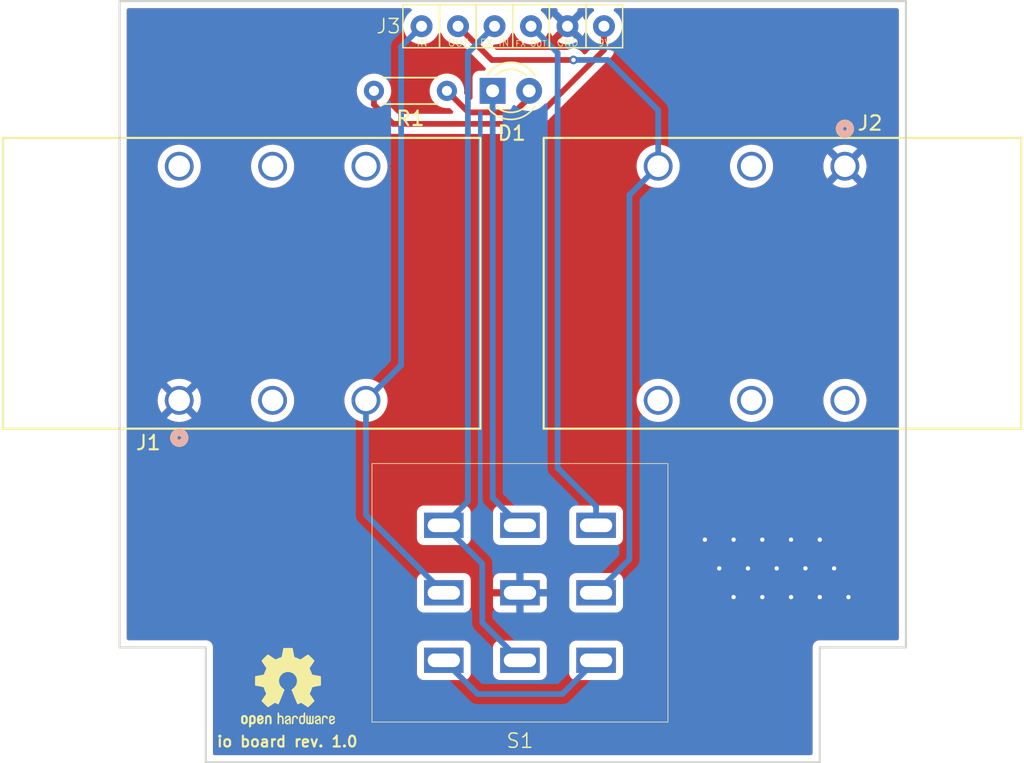
<source format=kicad_pcb>
(kicad_pcb (version 20240108) (generator "pcbnew") (generator_version "8.0")
  (layers (0 "F.Cu" signal) (31 "B.Cu" signal) (34 "B.Paste" user) (35 "F.Paste" user) (36 "B.SilkS" user "B.Silkscreen") (37 "F.SilkS" user "F.Silkscreen") (38 "B.Mask" user) (39 "F.Mask" user) (44 "Edge.Cuts" user))
  (net 0 "")
  (net 1 "Net-(S1-Pad3)")
  (net 2 "GND")
  (net 3 "/INPUT_JACK_TIP")
  (net 4 "/OUTPUT_JACK_TIP")
  (net 5 "/FX_INPUT")
  (net 6 "/FX_OUTPUT")
  (net 7 "/9V")
  (net 16 "Net-(D1-K)")
  (net 17 "Net-(D1-A)")
  (footprint "Symbol:OSHW-Logo2_7.3x6mm_SilkScreen" (layer "F.Cu") (at 126.725 137.3)
    (property "Reference" "REF**" (hide yes))
    (property "Value" "OSHW-Logo2_7.3x6mm_SilkScreen" (hide yes))
    (fp_poly (pts (xy 2.6526 1.958752) (xy 2.669948 1.966334) (xy 2.711356 1.999128) (xy 2.746765 2.046547) (xy 2.768664 2.097151) (xy 2.772229 2.122098) (xy 2.760279 2.156927) (xy 2.734067 2.175357) (xy 2.705964 2.186516) (xy 2.693095 2.188572) (xy 2.686829 2.173649) (xy 2.674456 2.141175) (xy 2.669028 2.126502) (xy 2.63859 2.075744) (xy 2.59452 2.050427) (xy 2.53801 2.051206) (xy 2.533825 2.052203) (xy 2.503655 2.066507) (xy 2.481476 2.094393) (xy 2.466327 2.139287) (xy 2.45725 2.204615) (xy 2.453286 2.293804) (xy 2.452914 2.341261) (xy 2.45273 2.416071) (xy 2.451522 2.467069) (xy 2.448309 2.499471) (xy 2.442109 2.518495) (xy 2.43194 2.529356) (xy 2.416819 2.537272) (xy 2.415946 2.53767) (xy 2.386828 2.549981) (xy 2.372403 2.554514) (xy 2.370186 2.540809) (xy 2.368289 2.502925) (xy 2.366847 2.445715) (xy 2.365998 2.374027) (xy 2.365829 2.321565) (xy 2.366692 2.220047) (xy 2.37007 2.143032) (xy 2.377142 2.086023) (xy 2.389088 2.044526) (xy 2.40709 2.014043) (xy 2.432327 1.99008) (xy 2.457247 1.973355) (xy 2.517171 1.951097) (xy 2.586911 1.946076) (xy 2.6526 1.958752)) (stroke (width 0.01)) (fill solid) (layer "F.SilkS"))
    (fp_poly (pts (xy -1.283907 1.92778) (xy -1.237328 1.954723) (xy -1.204943 1.981466) (xy -1.181258 2.009484) (xy -1.164941 2.043748) (xy -1.154661 2.089227) (xy -1.149086 2.150892) (xy -1.146884 2.233711) (xy -1.146629 2.293246) (xy -1.146629 2.512391) (xy -1.208314 2.540044) (xy -1.27 2.567697) (xy -1.277257 2.32767) (xy -1.280256 2.238028) (xy -1.283402 2.172962) (xy -1.287299 2.128026) (xy -1.292553 2.09877) (xy -1.299769 2.080748) (xy -1.30955 2.069511) (xy -1.312688 2.067079) (xy -1.360239 2.048083) (xy -1.408303 2.0556) (xy -1.436914 2.075543) (xy -1.448553 2.089675) (xy -1.456609 2.10822) (xy -1.461729 2.136334) (xy -1.464559 2.179173) (xy -1.465744 2.241895) (xy -1.465943 2.307261) (xy -1.465982 2.389268) (xy -1.467386 2.447316) (xy -1.472086 2.486465) (xy -1.482013 2.51178) (xy -1.499097 2.528323) (xy -1.525268 2.541156) (xy -1.560225 2.554491) (xy -1.598404 2.569007) (xy -1.593859 2.311389) (xy -1.592029 2.218519) (xy -1.589888 2.149889) (xy -1.586819 2.100711) (xy -1.582206 2.066198) (xy -1.575432 2.041562) (xy -1.565881 2.022016) (xy -1.554366 2.00477) (xy -1.49881 1.94968) (xy -1.43102 1.917822) (xy -1.357287 1.910191) (xy -1.283907 1.92778)) (stroke (width 0.01)) (fill solid) (layer "F.SilkS"))
    (fp_poly (pts (xy 0.529926 1.949755) (xy 0.595858 1.974084) (xy 0.649273 2.017117) (xy 0.670164 2.047409) (xy 0.692939 2.102994) (xy 0.692466 2.143186) (xy 0.668562 2.170217) (xy 0.659717 2.174813) (xy 0.62153 2.189144) (xy 0.602028 2.185472) (xy 0.595422 2.161407) (xy 0.595086 2.148114) (xy 0.582992 2.09921) (xy 0.551471 2.064999) (xy 0.507659 2.048476) (xy 0.458695 2.052634) (xy 0.418894 2.074227) (xy 0.40545 2.086544) (xy 0.395921 2.101487) (xy 0.389485 2.124075) (xy 0.385317 2.159328) (xy 0.382597 2.212266) (xy 0.380502 2.287907) (xy 0.37996 2.311857) (xy 0.377981 2.39379) (xy 0.375731 2.451455) (xy 0.372357 2.489608) (xy 0.367006 2.513004) (xy 0.358824 2.526398) (xy 0.346959 2.534545) (xy 0.339362 2.538144) (xy 0.307102 2.550452) (xy 0.288111 2.554514) (xy 0.281836 2.540948) (xy 0.278006 2.499934) (xy 0.2766 2.430999) (xy 0.277598 2.333669) (xy 0.277908 2.318657) (xy 0.280101 2.229859) (xy 0.282693 2.165019) (xy 0.286382 2.119067) (xy 0.291864 2.086935) (xy 0.299835 2.063553) (xy 0.310993 2.043852) (xy 0.31683 2.03541) (xy 0.350296 1.998057) (xy 0.387727 1.969003) (xy 0.392309 1.966467) (xy 0.459426 1.946443) (xy 0.529926 1.949755)) (stroke (width 0.01)) (fill solid) (layer "F.SilkS"))
    (fp_poly (pts (xy -0.624114 1.851289) (xy -0.619861 1.910613) (xy -0.614975 1.945572) (xy -0.608205 1.96082) (xy -0.598298 1.961015) (xy -0.595086 1.959195) (xy -0.552356 1.946015) (xy -0.496773 1.946785) (xy -0.440263 1.960333) (xy -0.404918 1.977861) (xy -0.368679 2.005861) (xy -0.342187 2.037549) (xy -0.324001 2.077813) (xy -0.312678 2.131543) (xy -0.306778 2.203626) (xy -0.304857 2.298951) (xy -0.304823 2.317237) (xy -0.3048 2.522646) (xy -0.350509 2.53858) (xy -0.382973 2.54942) (xy -0.400785 2.554468) (xy -0.401309 2.554514) (xy -0.403063 2.540828) (xy -0.404556 2.503076) (xy -0.405674 2.446224) (xy -0.406303 2.375234) (xy -0.4064 2.332073) (xy -0.406602 2.246973) (xy -0.407642 2.185981) (xy -0.410169 2.144177) (xy -0.414836 2.116642) (xy -0.422293 2.098456) (xy -0.433189 2.084698) (xy -0.439993 2.078073) (xy -0.486728 2.051375) (xy -0.537728 2.049375) (xy -0.583999 2.071955) (xy -0.592556 2.080107) (xy -0.605107 2.095436) (xy -0.613812 2.113618) (xy -0.619369 2.139909) (xy -0.622474 2.179562) (xy -0.623824 2.237832) (xy -0.624114 2.318173) (xy -0.624114 2.522646) (xy -0.669823 2.53858) (xy -0.702287 2.54942) (xy -0.720099 2.554468) (xy -0.720623 2.554514) (xy -0.721963 2.540623) (xy -0.723172 2.501439) (xy -0.724199 2.4407) (xy -0.724998 2.362141) (xy -0.725519 2.269498) (xy -0.725714 2.166509) (xy -0.725714 1.769342) (xy -0.678543 1.749444) (xy -0.631371 1.729547) (xy -0.624114 1.851289)) (stroke (width 0.01)) (fill solid) (layer "F.SilkS"))
    (fp_poly (pts (xy 1.779833 1.958663) (xy 1.782048 1.99685) (xy 1.783784 2.054886) (xy 1.784899 2.12818) (xy 1.785257 2.205055) (xy 1.785257 2.465196) (xy 1.739326 2.511127) (xy 1.707675 2.539429) (xy 1.67989 2.550893) (xy 1.641915 2.550168) (xy 1.62684 2.548321) (xy 1.579726 2.542948) (xy 1.540756 2.539869) (xy 1.531257 2.539585) (xy 1.499233 2.541445) (xy 1.453432 2.546114) (xy 1.435674 2.548321) (xy 1.392057 2.551735) (xy 1.362745 2.54432) (xy 1.33368 2.521427) (xy 1.323188 2.511127) (xy 1.277257 2.465196) (xy 1.277257 1.978602) (xy 1.314226 1.961758) (xy 1.346059 1.949282) (xy 1.364683 1.944914) (xy 1.369458 1.958718) (xy 1.373921 1.997286) (xy 1.377775 2.056356) (xy 1.380722 2.131663) (xy 1.382143 2.195286) (xy 1.386114 2.445657) (xy 1.420759 2.450556) (xy 1.452268 2.447131) (xy 1.467708 2.436041) (xy 1.472023 2.415308) (xy 1.475708 2.371145) (xy 1.478469 2.309146) (xy 1.480012 2.234909) (xy 1.480235 2.196706) (xy 1.480457 1.976783) (xy 1.526166 1.960849) (xy 1.558518 1.950015) (xy 1.576115 1.944962) (xy 1.576623 1.944914) (xy 1.578388 1.958648) (xy 1.580329 1.99673) (xy 1.582282 2.054482) (xy 1.584084 2.127227) (xy 1.585343 2.195286) (xy 1.589314 2.445657) (xy 1.6764 2.445657) (xy 1.680396 2.21724) (xy 1.684392 1.988822) (xy 1.726847 1.966868) (xy 1.758192 1.951793) (xy 1.776744 1.944951) (xy 1.777279 1.944914) (xy 1.779833 1.958663)) (stroke (width 0.01)) (fill solid) (layer "F.SilkS"))
    (fp_poly (pts (xy -2.958885 1.921962) (xy -2.890855 1.957733) (xy -2.840649 2.015301) (xy -2.822815 2.052312) (xy -2.808937 2.107882) (xy -2.801833 2.178096) (xy -2.80116 2.254727) (xy -2.806573 2.329552) (xy -2.81773 2.394342) (xy -2.834286 2.440873) (xy -2.839374 2.448887) (xy -2.899645 2.508707) (xy -2.971231 2.544535) (xy -3.048908 2.55502) (xy -3.127452 2.53881) (xy -3.149311 2.529092) (xy -3.191878 2.499143) (xy -3.229237 2.459433) (xy -3.232768 2.454397) (xy -3.247119 2.430124) (xy -3.256606 2.404178) (xy -3.26221 2.370022) (xy -3.264914 2.321119) (xy -3.265701 2.250935) (xy -3.265714 2.2352) (xy -3.265678 2.230192) (xy -3.120571 2.230192) (xy -3.119727 2.29643) (xy -3.116404 2.340386) (xy -3.109417 2.368779) (xy -3.097584 2.388325) (xy -3.091543 2.394857) (xy -3.056814 2.41968) (xy -3.023097 2.418548) (xy -2.989005 2.397016) (xy -2.968671 2.374029) (xy -2.956629 2.340478) (xy -2.949866 2.287569) (xy -2.949402 2.281399) (xy -2.948248 2.185513) (xy -2.960312 2.114299) (xy -2.98543 2.068194) (xy -3.02344 2.047635) (xy -3.037008 2.046514) (xy -3.072636 2.052152) (xy -3.097006 2.071686) (xy -3.111907 2.109042) (xy -3.119125 2.16815) (xy -3.120571 2.230192) (xy -3.265678 2.230192) (xy -3.265174 2.160413) (xy -3.262904 2.108159) (xy -3.257932 2.071949) (xy -3.249287 2.045299) (xy -3.235995 2.021722) (xy -3.233057 2.017338) (xy -3.183687 1.958249) (xy -3.129891 1.923947) (xy -3.064398 1.910331) (xy -3.042158 1.909665) (xy -2.958885 1.921962)) (stroke (width 0.01)) (fill solid) (layer "F.SilkS"))
    (fp_poly (pts (xy 3.153595 1.966966) (xy 3.211021 2.004497) (xy 3.238719 2.038096) (xy 3.260662 2.099064) (xy 3.262405 2.147308) (xy 3.258457 2.211816) (xy 3.109686 2.276934) (xy 3.037349 2.310202) (xy 2.990084 2.336964) (xy 2.965507 2.360144) (xy 2.961237 2.382667) (xy 2.974889 2.407455) (xy 2.989943 2.423886) (xy 3.033746 2.450235) (xy 3.081389 2.452081) (xy 3.125145 2.431546) (xy 3.157289 2.390752) (xy 3.163038 2.376347) (xy 3.190576 2.331356) (xy 3.222258 2.312182) (xy 3.265714 2.295779) (xy 3.265714 2.357966) (xy 3.261872 2.400283) (xy 3.246823 2.435969) (xy 3.21528 2.476943) (xy 3.210592 2.482267) (xy 3.175506 2.51872) (xy 3.145347 2.538283) (xy 3.107615 2.547283) (xy 3.076335 2.55023) (xy 3.020385 2.550965) (xy 2.980555 2.54166) (xy 2.955708 2.527846) (xy 2.916656 2.497467) (xy 2.889625 2.464613) (xy 2.872517 2.423294) (xy 2.863238 2.367521) (xy 2.859693 2.291305) (xy 2.85941 2.252622) (xy 2.860372 2.206247) (xy 2.948007 2.206247) (xy 2.949023 2.231126) (xy 2.951556 2.2352) (xy 2.968274 2.229665) (xy 3.004249 2.215017) (xy 3.052331 2.19419) (xy 3.062386 2.189714) (xy 3.123152 2.158814) (xy 3.156632 2.131657) (xy 3.16399 2.10622) (xy 3.146391 2.080481) (xy 3.131856 2.069109) (xy 3.07941 2.046364) (xy 3.030322 2.050122) (xy 2.989227 2.077884) (xy 2.960758 2.127152) (xy 2.951631 2.166257) (xy 2.948007 2.206247) (xy 2.860372 2.206247) (xy 2.861285 2.162249) (xy 2.868196 2.095384) (xy 2.881884 2.046695) (xy 2.904096 2.010849) (xy 2.936574 1.982513) (xy 2.950733 1.973355) (xy 3.015053 1.949507) (xy 3.085473 1.948006) (xy 3.153595 1.966966)) (stroke (width 0.01)) (fill solid) (layer "F.SilkS"))
    (fp_poly (pts (xy 1.190117 2.065358) (xy 1.189933 2.173837) (xy 1.189219 2.257287) (xy 1.187675 2.319704) (xy 1.185001 2.365085) (xy 1.180894 2.397429) (xy 1.175055 2.420733) (xy 1.167182 2.438995) (xy 1.161221 2.449418) (xy 1.111855 2.505945) (xy 1.049264 2.541377) (xy 0.980013 2.55409) (xy 0.910668 2.542463) (xy 0.869375 2.521568) (xy 0.826025 2.485422) (xy 0.796481 2.441276) (xy 0.778655 2.383462) (xy 0.770463 2.306313) (xy 0.769302 2.249714) (xy 0.769458 2.245647) (xy 0.870857 2.245647) (xy 0.871476 2.31055) (xy 0.874314 2.353514) (xy 0.88084 2.381622) (xy 0.892523 2.401953) (xy 0.906483 2.417288) (xy 0.953365 2.44689) (xy 1.003701 2.449419) (xy 1.051276 2.424705) (xy 1.054979 2.421356) (xy 1.070783 2.403935) (xy 1.080693 2.383209) (xy 1.086058 2.352362) (xy 1.088228 2.304577) (xy 1.088571 2.251748) (xy 1.087827 2.185381) (xy 1.084748 2.141106) (xy 1.078061 2.112009) (xy 1.066496 2.091173) (xy 1.057013 2.080107) (xy 1.01296 2.052198) (xy 0.962224 2.048843) (xy 0.913796 2.070159) (xy 0.90445 2.078073) (xy 0.88854 2.095647) (xy 0.87861 2.116587) (xy 0.873278 2.147782) (xy 0.871163 2.196122) (xy 0.870857 2.245647) (xy 0.769458 2.245647) (xy 0.77281 2.158568) (xy 0.784726 2.090086) (xy 0.807135 2.0386) (xy 0.842124 1.998443) (xy 0.869375 1.977861) (xy 0.918907 1.955625) (xy 0.976316 1.945304) (xy 1.029682 1.948067) (xy 1.059543 1.959212) (xy 1.071261 1.962383) (xy 1.079037 1.950557) (xy 1.084465 1.918866) (xy 1.088571 1.870593) (xy 1.093067 1.816829) (xy 1.099313 1.784482) (xy 1.110676 1.765985) (xy 1.130528 1.75377) (xy 1.143 1.748362) (xy 1.190171 1.728601) (xy 1.190117 2.065358)) (stroke (width 0.01)) (fill solid) (layer "F.SilkS"))
    (fp_poly (pts (xy -1.831697 1.931239) (xy -1.774473 1.969735) (xy -1.730251 2.025335) (xy -1.703833 2.096086) (xy -1.69849 2.148162) (xy -1.699097 2.169893) (xy -1.704178 2.186531) (xy -1.718145 2.201437) (xy -1.745411 2.217973) (xy -1.790388 2.239498) (xy -1.857489 2.269374) (xy -1.857829 2.269524) (xy -1.919593 2.297813) (xy -1.970241 2.322933) (xy -2.004596 2.342179) (xy -2.017482 2.352848) (xy -2.017486 2.352934) (xy -2.006128 2.376166) (xy -1.979569 2.401774) (xy -1.949077 2.420221) (xy -1.93363 2.423886) (xy -1.891485 2.411212) (xy -1.855192 2.379471) (xy -1.837483 2.344572) (xy -1.820448 2.318845) (xy -1.787078 2.289546) (xy -1.747851 2.264235) (xy -1.713244 2.250471) (xy -1.706007 2.249714) (xy -1.697861 2.26216) (xy -1.69737 2.293972) (xy -1.703357 2.336866) (xy -1.714643 2.382558) (xy -1.73005 2.422761) (xy -1.730829 2.424322) (xy -1.777196 2.489062) (xy -1.837289 2.533097) (xy -1.905535 2.554711) (xy -1.976362 2.552185) (xy -2.044196 2.523804) (xy -2.047212 2.521808) (xy -2.100573 2.473448) (xy -2.13566 2.410352) (xy -2.155078 2.327387) (xy -2.157684 2.304078) (xy -2.162299 2.194055) (xy -2.156767 2.142748) (xy -2.017486 2.142748) (xy -2.015676 2.174753) (xy -2.005778 2.184093) (xy -1.981102 2.177105) (xy -1.942205 2.160587) (xy -1.898725 2.139881) (xy -1.897644 2.139333) (xy -1.860791 2.119949) (xy -1.846 2.107013) (xy -1.849647 2.093451) (xy -1.865005 2.075632) (xy -1.904077 2.049845) (xy -1.946154 2.04795) (xy -1.983897 2.066717) (xy -2.009966 2.102915) (xy -2.017486 2.142748) (xy -2.156767 2.142748) (xy -2.152806 2.106027) (xy -2.12845 2.036212) (xy -2.094544 1.987302) (xy -2.033347 1.937878) (xy -1.965937 1.913359) (xy -1.89712 1.911797) (xy -1.831697 1.931239)) (stroke (width 0.01)) (fill solid) (layer "F.SilkS"))
    (fp_poly (pts (xy 0.039744 1.950968) (xy 0.096616 1.972087) (xy 0.097267 1.972493) (xy 0.13244 1.99838) (xy 0.158407 2.028633) (xy 0.17667 2.068058) (xy 0.188732 2.121462) (xy 0.196096 2.193651) (xy 0.200264 2.289432) (xy 0.200629 2.303078) (xy 0.205876 2.508842) (xy 0.161716 2.531678) (xy 0.129763 2.54711) (xy 0.11047 2.554423) (xy 0.109578 2.554514) (xy 0.106239 2.541022) (xy 0.103587 2.504626) (xy 0.101956 2.451452) (xy 0.1016 2.408393) (xy 0.101592 2.338641) (xy 0.098403 2.294837) (xy 0.087288 2.273944) (xy 0.063501 2.272925) (xy 0.022296 2.288741) (xy -0.039914 2.317815) (xy -0.085659 2.341963) (xy -0.109187 2.362913) (xy -0.116104 2.385747) (xy -0.116114 2.386877) (xy -0.104701 2.426212) (xy -0.070908 2.447462) (xy -0.019191 2.450539) (xy 0.018061 2.450006) (xy 0.037703 2.460735) (xy 0.049952 2.486505) (xy 0.057002 2.519337) (xy 0.046842 2.537966) (xy 0.043017 2.540632) (xy 0.007001 2.55134) (xy -0.043434 2.552856) (xy -0.095374 2.545759) (xy -0.132178 2.532788) (xy -0.183062 2.489585) (xy -0.211986 2.429446) (xy -0.217714 2.382462) (xy -0.213343 2.340082) (xy -0.197525 2.305488) (xy -0.166203 2.274763) (xy -0.115322 2.24399) (xy -0.040824 2.209252) (xy -0.036286 2.207288) (xy 0.030821 2.176287) (xy 0.072232 2.150862) (xy 0.089981 2.128014) (xy 0.086107 2.104745) (xy 0.062643 2.078056) (xy 0.055627 2.071914) (xy 0.00863 2.0481) (xy -0.040067 2.049103) (xy -0.082478 2.072451) (xy -0.110616 2.115675) (xy -0.113231 2.12416) (xy -0.138692 2.165308) (xy -0.170999 2.185128) (xy -0.217714 2.20477) (xy -0.217714 2.15395) (xy -0.203504 2.080082) (xy -0.161325 2.012327) (xy -0.139376 1.989661) (xy -0.089483 1.960569) (xy -0.026033 1.9474) (xy 0.039744 1.950968)) (stroke (width 0.01)) (fill solid) (layer "F.SilkS"))
    (fp_poly (pts (xy -2.400256 1.919918) (xy -2.344799 1.947568) (xy -2.295852 1.99848) (xy -2.282371 2.017338) (xy -2.267686 2.042015) (xy -2.258158 2.068816) (xy -2.252707 2.104587) (xy -2.250253 2.156169) (xy -2.249714 2.224267) (xy -2.252148 2.317588) (xy -2.260606 2.387657) (xy -2.276826 2.439931) (xy -2.302546 2.479869) (xy -2.339503 2.512929) (xy -2.342218 2.514886) (xy -2.37864 2.534908) (xy -2.422498 2.544815) (xy -2.478276 2.547257) (xy -2.568952 2.547257) (xy -2.56899 2.635283) (xy -2.569834 2.684308) (xy -2.574976 2.713065) (xy -2.588413 2.730311) (xy -2.614142 2.744808) (xy -2.620321 2.747769) (xy -2.649236 2.761648) (xy -2.671624 2.770414) (xy -2.688271 2.771171) (xy -2.699964 2.761023) (xy -2.70749 2.737073) (xy -2.711634 2.696426) (xy -2.713185 2.636186) (xy -2.712929 2.553455) (xy -2.711651 2.445339) (xy -2.711252 2.413) (xy -2.709815 2.301524) (xy -2.708528 2.228603) (xy -2.569029 2.228603) (xy -2.568245 2.290499) (xy -2.56476 2.330997) (xy -2.556876 2.357708) (xy -2.542895 2.378244) (xy -2.533403 2.38826) (xy -2.494596 2.417567) (xy -2.460237 2.419952) (xy -2.424784 2.39575) (xy -2.423886 2.394857) (xy -2.409461 2.376153) (xy -2.400687 2.350732) (xy -2.396261 2.311584) (xy -2.394882 2.251697) (xy -2.394857 2.23843) (xy -2.398188 2.155901) (xy -2.409031 2.098691) (xy -2.42866 2.063766) (xy -2.45835 2.048094) (xy -2.475509 2.046514) (xy -2.516234 2.053926) (xy -2.544168 2.07833) (xy -2.560983 2.12298) (xy -2.56835 2.19113) (xy -2.569029 2.228603) (xy -2.708528 2.228603) (xy -2.708292 2.215245) (xy -2.706323 2.150333) (xy -2.70355 2.102958) (xy -2.699612 2.06929) (xy -2.694151 2.045498) (xy -2.686808 2.027753) (xy -2.677223 2.012224) (xy -2.673113 2.006381) (xy -2.618595 1.951185) (xy -2.549664 1.91989) (xy -2.469928 1.911165) (xy -2.400256 1.919918)) (stroke (width 0.01)) (fill solid) (layer "F.SilkS"))
    (fp_poly (pts (xy 2.144876 1.956335) (xy 2.186667 1.975344) (xy 2.219469 1.998378) (xy 2.243503 2.024133) (xy 2.260097 2.057358) (xy 2.270577 2.1028) (xy 2.276271 2.165207) (xy 2.278507 2.249327) (xy 2.278743 2.304721) (xy 2.278743 2.520826) (xy 2.241774 2.53767) (xy 2.212656 2.549981) (xy 2.198231 2.554514) (xy 2.195472 2.541025) (xy 2.193282 2.504653) (xy 2.191942 2.451542) (xy 2.191657 2.409372) (xy 2.190434 2.348447) (xy 2.187136 2.300115) (xy 2.182321 2.270518) (xy 2.178496 2.264229) (xy 2.152783 2.270652) (xy 2.112418 2.287125) (xy 2.065679 2.309458) (xy 2.020845 2.333457) (xy 1.986193 2.35493) (xy 1.970002 2.369685) (xy 1.969938 2.369845) (xy 1.97133 2.397152) (xy 1.983818 2.423219) (xy 2.005743 2.444392) (xy 2.037743 2.451474) (xy 2.065092 2.450649) (xy 2.103826 2.450042) (xy 2.124158 2.459116) (xy 2.136369 2.483092) (xy 2.137909 2.487613) (xy 2.143203 2.521806) (xy 2.129047 2.542568) (xy 2.092148 2.552462) (xy 2.052289 2.554292) (xy 1.980562 2.540727) (xy 1.943432 2.521355) (xy 1.897576 2.475845) (xy 1.873256 2.419983) (xy 1.871073 2.360957) (xy 1.891629 2.305953) (xy 1.922549 2.271486) (xy 1.95342 2.252189) (xy 2.001942 2.227759) (xy 2.058485 2.202985) (xy 2.06791 2.199199) (xy 2.130019 2.171791) (xy 2.165822 2.147634) (xy 2.177337 2.123619) (xy 2.16658 2.096635) (xy 2.148114 2.075543) (xy 2.104469 2.049572) (xy 2.056446 2.047624) (xy 2.012406 2.067637) (xy 1.980709 2.107551) (xy 1.976549 2.117848) (xy 1.952327 2.155724) (xy 1.916965 2.183842) (xy 1.872343 2.206917) (xy 1.872343 2.141485) (xy 1.874969 2.101506) (xy 1.88623 2.069997) (xy 1.911199 2.036378) (xy 1.935169 2.010484) (xy 1.972441 1.973817) (xy 2.001401 1.954121) (xy 2.032505 1.94622) (xy 2.067713 1.944914) (xy 2.144876 1.956335)) (stroke (width 0.01)) (fill solid) (layer "F.SilkS"))
    (fp_poly (pts (xy 0.10391 -2.757652) (xy 0.182454 -2.757222) (xy 0.239298 -2.756058) (xy 0.278105 -2.753793) (xy 0.302538 -2.75006) (xy 0.316262 -2.744494) (xy 0.32294 -2.736727) (xy 0.326236 -2.726395) (xy 0.326556 -2.725057) (xy 0.331562 -2.700921) (xy 0.340829 -2.653299) (xy 0.353392 -2.587259) (xy 0.368287 -2.507872) (xy 0.384551 -2.420204) (xy 0.385119 -2.417125) (xy 0.40141 -2.331211) (xy 0.416652 -2.255304) (xy 0.429861 -2.193955) (xy 0.440054 -2.151718) (xy 0.446248 -2.133145) (xy 0.446543 -2.132816) (xy 0.464788 -2.123747) (xy 0.502405 -2.108633) (xy 0.551271 -2.090738) (xy 0.551543 -2.090642) (xy 0.613093 -2.067507) (xy 0.685657 -2.038035) (xy 0.754057 -2.008403) (xy 0.757294 -2.006938) (xy 0.868702 -1.956374) (xy 1.115399 -2.12484) (xy 1.191077 -2.176197) (xy 1.259631 -2.222111) (xy 1.317088 -2.25997) (xy 1.359476 -2.287163) (xy 1.382825 -2.301079) (xy 1.385042 -2.302111) (xy 1.40201 -2.297516) (xy 1.433701 -2.275345) (xy 1.481352 -2.234553) (xy 1.546198 -2.174095) (xy 1.612397 -2.109773) (xy 1.676214 -2.046388) (xy 1.733329 -1.988549) (xy 1.780305 -1.939825) (xy 1.813703 -1.90379) (xy 1.830085 -1.884016) (xy 1.830694 -1.882998) (xy 1.832505 -1.869428) (xy 1.825683 -1.847267) (xy 1.80854 -1.813522) (xy 1.779393 -1.7652) (xy 1.736555 -1.699308) (xy 1.679448 -1.614483) (xy 1.628766 -1.539823) (xy 1.583461 -1.47286) (xy 1.54615 -1.417484) (xy 1.519452 -1.37758) (xy 1.505985 -1.357038) (xy 1.505137 -1.355644) (xy 1.506781 -1.335962) (xy 1.519245 -1.297707) (xy 1.540048 -1.248111) (xy 1.547462 -1.232272) (xy 1.579814 -1.16171) (xy 1.614328 -1.081647) (xy 1.642365 -1.012371) (xy 1.662568 -0.960955) (xy 1.678615 -0.921881) (xy 1.687888 -0.901459) (xy 1.689041 -0.899886) (xy 1.706096 -0.897279) (xy 1.746298 -0.890137) (xy 1.804302 -0.879477) (xy 1.874763 -0.866315) (xy 1.952335 -0.851667) (xy 2.031672 -0.836551) (xy 2.107431 -0.821982) (xy 2.174264 -0.808978) (xy 2.226828 -0.798555) (xy 2.259776 -0.79173) (xy 2.267857 -0.789801) (xy 2.276205 -0.785038) (xy 2.282506 -0.774282) (xy 2.287045 -0.753902) (xy 2.290104 -0.720266) (xy 2.291967 -0.669745) (xy 2.292918 -0.598708) (xy 2.29324 -0.503524) (xy 2.293257 -0.464508) (xy 2.293257 -0.147201) (xy 2.217057 -0.132161) (xy 2.174663 -0.124005) (xy 2.1114 -0.112101) (xy 2.034962 -0.097884) (xy 1.953043 -0.08279) (xy 1.9304 -0.078645) (xy 1.854806 -0.063947) (xy 1.788953 -0.049495) (xy 1.738366 -0.036625) (xy 1.708574 -0.026678) (xy 1.703612 -0.023713) (xy 1.691426 -0.002717) (xy 1.673953 0.037967) (xy 1.654577 0.090322) (xy 1.650734 0.1016) (xy 1.625339 0.171523) (xy 1.593817 0.250418) (xy 1.562969 0.321266) (xy 1.562817 0.321595) (xy 1.511447 0.432733) (xy 1.680399 0.681253) (xy 1.849352 0.929772) (xy 1.632429 1.147058) (xy 1.566819 1.211726) (xy 1.506979 1.268733) (xy 1.456267 1.315033) (xy 1.418046 1.347584) (xy 1.395675 1.363343) (xy 1.392466 1.364343) (xy 1.373626 1.356469) (xy 1.33518 1.334578) (xy 1.28133 1.301267) (xy 1.216276 1.259131) (xy 1.14594 1.211943) (xy 1.074555 1.16381) (xy 1.010908 1.121928) (xy 0.959041 1.088871) (xy 0.922995 1.067218) (xy 0.906867 1.059543) (xy 0.887189 1.066037) (xy 0.849875 1.08315) (xy 0.802621 1.107326) (xy 0.797612 1.110013) (xy 0.733977 1.141927) (xy 0.690341 1.157579) (xy 0.663202 1.157745) (xy 0.649057 1.143204) (xy 0.648975 1.143) (xy 0.641905 1.125779) (xy 0.625042 1.084899) (xy 0.599695 1.023525) (xy 0.567171 0.944819) (xy 0.528778 0.851947) (xy 0.485822 0.748072) (xy 0.444222 0.647502) (xy 0.398504 0.536516) (xy 0.356526 0.433703) (xy 0.319548 0.342215) (xy 0.288827 0.265201) (xy 0.265622 0.205815) (xy 0.25119 0.167209) (xy 0.246743 0.1528) (xy 0.257896 0.136272) (xy 0.287069 0.10993) (xy 0.325971 0.080887) (xy 0.436757 -0.010961) (xy 0.523351 -0.116241) (xy 0.584716 -0.232734) (xy 0.619815 -0.358224) (xy 0.627608 -0.490493) (xy 0.621943 -0.551543) (xy 0.591078 -0.678205) (xy 0.53792 -0.790059) (xy 0.465767 -0.885999) (xy 0.377917 -0.964924) (xy 0.277665 -1.02573) (xy 0.16831 -1.067313) (xy 0.053147 -1.088572) (xy -0.064525 -1.088401) (xy -0.18141 -1.065699) (xy -0.294211 -1.019362) (xy -0.399631 -0.948287) (xy -0.443632 -0.908089) (xy -0.528021 -0.804871) (xy -0.586778 -0.692075) (xy -0.620296 -0.57299) (xy -0.628965 -0.450905) (xy -0.613177 -0.329107) (xy -0.573322 -0.210884) (xy -0.509793 -0.099525) (xy -0.422979 0.001684) (xy -0.325971 0.080887) (xy -0.285563 0.111162) (xy -0.257018 0.137219) (xy -0.246743 0.152825) (xy -0.252123 0.169843) (xy -0.267425 0.2105) (xy -0.291388 0.271642) (xy -0.322756 0.350119) (xy -0.360268 0.44278) (xy -0.402667 0.546472) (xy -0.444337 0.647526) (xy -0.49031 0.758607) (xy -0.532893 0.861541) (xy -0.570779 0.953165) (xy -0.60266 1.030316) (xy -0.627229 1.089831) (xy -0.64318 1.128544) (xy -0.64909 1.143) (xy -0.663052 1.157685) (xy -0.69006 1.157642) (xy -0.733587 1.142099) (xy -0.79711 1.110284) (xy -0.797612 1.110013) (xy -0.84544 1.085323) (xy -0.884103 1.067338) (xy -0.905905 1.059614) (xy -0.906867 1.059543) (xy -0.923279 1.067378) (xy -0.959513 1.089165) (xy -1.011526 1.122328) (xy -1.075275 1.164291) (xy -1.14594 1.211943) (xy -1.217884 1.260191) (xy -1.282726 1.302151) (xy -1.336265 1.335227) (xy -1.374303 1.356821) (xy -1.392467 1.364343) (xy -1.409192 1.354457) (xy -1.44282 1.326826) (xy -1.48999 1.284495) (xy -1.547342 1.230505) (xy -1.611516 1.167899) (xy -1.632503 1.146983) (xy -1.849501 0.929623) (xy -1.684332 0.68722) (xy -1.634136 0.612781) (xy -1.590081 0.545972) (xy -1.554638 0.490665) (xy -1.530281 0.450729) (xy -1.519478 0.430036) (xy -1.519162 0.428563) (xy -1.524857 0.409058) (xy -1.540174 0.369822) (xy -1.562463 0.31743) (xy -1.578107 0.282355) (xy -1.607359 0.215201) (xy -1.634906 0.147358) (xy -1.656263 0.090034) (xy -1.662065 0.072572) (xy -1.678548 0.025938) (xy -1.69466 -0.010095) (xy -1.70351 -0.023713) (xy -1.72304 -0.032048) (xy -1.765666 -0.043863) (xy -1.825855 -0.057819) (xy -1.898078 -0.072578) (xy -1.9304 -0.078645) (xy -2.012478 -0.093727) (xy -2.091205 -0.108331) (xy -2.158891 -0.12102) (xy -2.20784 -0.130358) (xy -2.217057 -0.132161) (xy -2.293257 -0.147201) (xy -2.293257 -0.464508) (xy -2.293086 -0.568846) (xy -2.292384 -0.647787) (xy -2.290866 -0.704962) (xy -2.288251 -0.744001) (xy -2.284254 -0.768535) (xy -2.278591 -0.782195) (xy -2.27098 -0.788611) (xy -2.267857 -0.789801) (xy -2.249022 -0.79402) (xy -2.207412 -0.802438) (xy -2.14837 -0.814039) (xy -2.077243 -0.827805) (xy -1.999375 -0.84272) (xy -1.920113 -0.857768) (xy -1.844802 -0.871931) (xy -1.778787 -0.884194) (xy -1.727413 -0.893539) (xy -1.696025 -0.89895) (xy -1.689041 -0.899886) (xy -1.682715 -0.912404) (xy -1.66871 -0.945754) (xy -1.649645 -0.993623) (xy -1.642366 -1.012371) (xy -1.613004 -1.084805) (xy -1.578429 -1.16483) (xy -1.547463 -1.232272) (xy -1.524677 -1.283841) (xy -1.509518 -1.326215) (xy -1.504458 -1.352166) (xy -1.505264 -1.355644) (xy -1.515959 -1.372064) (xy -1.54038 -1.408583) (xy -1.575905 -1.461313) (xy -1.619913 -1.526365) (xy -1.669783 -1.599849) (xy -1.679644 -1.614355) (xy -1.737508 -1.700296) (xy -1.780044 -1.765739) (xy -1.808946 -1.813696) (xy -1.82591 -1.84718) (xy -1.832633 -1.869205) (xy -1.83081 -1.882783) (xy -1.830764 -1.882869) (xy -1.816414 -1.900703) (xy -1.784677 -1.935183) (xy -1.73899 -1.982732) (xy -1.682796 -2.039778) (xy -1.619532 -2.102745) (xy -1.612398 -2.109773) (xy -1.53267 -2.18698) (xy -1.471143 -2.24367) (xy -1.426579 -2.28089) (xy -1.397743 -2.299685) (xy -1.385042 -2.302111) (xy -1.366506 -2.291529) (xy -1.328039 -2.267084) (xy -1.273614 -2.231388) (xy -1.207202 -2.187053) (xy -1.132775 -2.136689) (xy -1.115399 -2.12484) (xy -0.868703 -1.956374) (xy -0.757294 -2.006938) (xy -0.689543 -2.036405) (xy -0.616817 -2.066041) (xy -0.554297 -2.08967) (xy -0.551543 -2.090642) (xy -0.50264 -2.108543) (xy -0.464943 -2.12368) (xy -0.446575 -2.13279) (xy -0.446544 -2.132816) (xy -0.440715 -2.149283) (xy -0.430808 -2.189781) (xy -0.417805 -2.249758) (xy -0.402691 -2.32466) (xy -0.386448 -2.409936) (xy -0.385119 -2.417125) (xy -0.368825 -2.504986) (xy -0.353867 -2.58474) (xy -0.341209 -2.651319) (xy -0.331814 -2.699653) (xy -0.326646 -2.724675) (xy -0.326556 -2.725057) (xy -0.323411 -2.735701) (xy -0.317296 -2.743738) (xy -0.304547 -2.749533) (xy -0.2815 -2.753453) (xy -0.244491 -2.755865) (xy -0.189856 -2.757135) (xy -0.113933 -2.757629) (xy -0.013056 -2.757714) (xy 0 -2.757714) (xy 0.10391 -2.757652)) (stroke (width 0.01)) (fill solid) (layer "F.SilkS"))
  )
  (footprint "1590:Tayda_3PDT_A-1844" (layer "F.Cu") (at 142.875 130.7)
    (property "Reference" "S1" (at 0 10.3 0) (layer "F.SilkS") (effects (font (thickness 0.1))))
    (property "Value" "3PDT")
    (fp_rect (start -10.3 -9) (end 10.3 9) (stroke (width 0.05)) (fill none) (layer "F.SilkS"))
    (pad "1" thru_hole rect (at -5.3 -4.7 90) (size 1.75 2.75) (drill oval 0.95 2.25) (layers "*.Cu" "*.Mask") (net 5 "/FX_INPUT"))
    (pad "2" thru_hole rect (at -5.3 0 90) (size 1.75 2.75) (drill oval 0.95 2.25) (layers "*.Cu" "*.Mask") (net 3 "/INPUT_JACK_TIP"))
    (pad "3" thru_hole rect (at -5.3 4.7 90) (size 1.75 2.75) (drill oval 0.95 2.25) (layers "*.Cu" "*.Mask") (net 1 "Net-(S1-Pad3)"))
    (pad "4" thru_hole rect (at 0 -4.7 90) (size 1.75 2.75) (drill oval 0.95 2.25) (layers "*.Cu" "*.Mask") (net 16 "Net-(D1-K)"))
    (pad "5" thru_hole rect (at 0 0 90) (size 1.75 2.75) (drill oval 0.95 2.25) (layers "*.Cu" "*.Mask") (net 2 "GND"))
    (pad "6" thru_hole rect (at 0 4.7 90) (size 1.75 2.75) (drill oval 0.95 2.25) (layers "*.Cu" "*.Mask") (net 5 "/FX_INPUT"))
    (pad "7" thru_hole rect (at 5.3 -4.7 90) (size 1.75 2.75) (drill oval 0.95 2.25) (layers "*.Cu" "*.Mask") (net 6 "/FX_OUTPUT"))
    (pad "8" thru_hole rect (at 5.3 0 90) (size 1.75 2.75) (drill oval 0.95 2.25) (layers "*.Cu" "*.Mask") (net 4 "/OUTPUT_JACK_TIP"))
    (pad "9" thru_hole rect (at 5.3 4.7 90) (size 1.75 2.75) (drill oval 0.95 2.25) (layers "*.Cu" "*.Mask") (net 1 "Net-(S1-Pad3)"))
  )
  (footprint "LED_THT:LED_D3.0mm" (layer "F.Cu") (at 140.975 95.75)
    (property "Reference" "D1" (at 1.325 2.95 0) (layer "F.SilkS"))
    (property "Value" "LED")
    (fp_line (start -0.29 -1.236) (end -0.29 -1.08) (stroke (width 0.12)) (layer "F.SilkS"))
    (fp_line (start -0.29 1.08) (end -0.29 1.236) (stroke (width 0.12)) (layer "F.SilkS"))
    (fp_arc (start -0.29 -1.235516) (mid 1.366487 -1.987659) (end 2.942335 -1.078608) (stroke (width 0.12)) (layer "F.SilkS"))
    (fp_arc (start 0.229039 -1.08) (mid 1.270117 -1.5) (end 2.31113 -1.079837) (stroke (width 0.12)) (layer "F.SilkS"))
    (fp_arc (start 2.31113 1.079837) (mid 1.270117 1.5) (end 0.229039 1.08) (stroke (width 0.12)) (layer "F.SilkS"))
    (fp_arc (start 2.942335 1.078608) (mid 1.366487 1.987659) (end -0.29 1.235516) (stroke (width 0.12)) (layer "F.SilkS"))
    (pad "1" thru_hole rect (at 0 0) (size 1.8 1.8) (drill 0.9) (layers "*.Cu" "*.Mask") (net 16 "Net-(D1-K)"))
    (pad "2" thru_hole circle (at 2.54 0) (size 1.8 1.8) (drill 0.9) (layers "*.Cu" "*.Mask") (net 17 "Net-(D1-A)"))
  )
  (footprint "1590:Amphenol_ACJS-IH" (layer "F.Cu") (at 165.5 101 -90)
    (property "Reference" "J2" (at -3 -1.75 0) (layer "F.SilkS"))
    (property "Value" "ACJS-MHOM")
    (fp_circle (center -2.606901 0) (end -2.225901 0) (stroke (width 0.508)) (fill none) (layer "B.SilkS"))
    (fp_line (start -1.971901 20.971599) (end 18.271899 20.971599) (stroke (width 0.1524)) (layer "F.SilkS"))
    (fp_line (start 18.271899 20.971599) (end 18.271899 -12.277001) (stroke (width 0.1524)) (layer "F.SilkS"))
    (fp_line (start -1.971901 -12.277001) (end -1.971901 20.971599) (stroke (width 0.1524)) (layer "F.SilkS"))
    (fp_line (start 18.271899 -12.277001) (end -1.971901 -12.277001) (stroke (width 0.1524)) (layer "F.SilkS"))
    (fp_circle (center -2.606901 0) (end -2.225901 0) (stroke (width 0.508)) (fill none) (layer "F.SilkS"))
    (pad "R" thru_hole circle (at 0 6.5 270) (size 2.0066 2.0066) (drill 1.4986) (layers "*.Cu" "*.Mask"))
    (pad "RN" thru_hole circle (at 16.299998 6.5 270) (size 2.0066 2.0066) (drill 1.4986) (layers "*.Cu" "*.Mask"))
    (pad "S" thru_hole circle (at 0 0 270) (size 2.0066 2.0066) (drill 1.4986) (layers "*.Cu" "*.Mask") (net 2 "GND"))
    (pad "SN" thru_hole circle (at 16.299998 0 270) (size 2.0066 2.0066) (drill 1.4986) (layers "*.Cu" "*.Mask"))
    (pad "T" thru_hole circle (at 0 12.999999 270) (size 2.0066 2.0066) (drill 1.4986) (layers "*.Cu" "*.Mask") (net 4 "/OUTPUT_JACK_TIP"))
    (pad "TN" thru_hole circle (at 16.299998 12.999999 270) (size 2.0066 2.0066) (drill 1.4986) (layers "*.Cu" "*.Mask"))
  )
  (footprint "Resistor_THT:R_Axial_DIN0204_L3.6mm_D1.6mm_P5.08mm_Horizontal" (layer "F.Cu") (at 137.79 95.75 180)
    (property "Reference" "R1" (at 2.54 -1.92 180) (layer "F.SilkS"))
    (property "Value" "R")
    (fp_line (start 0.62 0.92) (end 4.46 0.92) (stroke (width 0.12)) (layer "F.SilkS"))
    (fp_line (start 0.62 -0.92) (end 4.46 -0.92) (stroke (width 0.12)) (layer "F.SilkS"))
    (pad "1" thru_hole circle (at 0 0 180) (size 1.4 1.4) (drill 0.7) (layers "*.Cu" "*.Mask") (net 17 "Net-(D1-A)"))
    (pad "2" thru_hole oval (at 5.08 0 180) (size 1.4 1.4) (drill 0.7) (layers "*.Cu" "*.Mask") (net 7 "/9V"))
  )
  (footprint "1590:Amphenol_ACJS-IH" (layer "F.Cu") (at 119.152701 117.299998 90)
    (property "Reference" "J1" (at -2.950002 -2.152701 0) (layer "F.SilkS"))
    (property "Value" "ACJS-MHOM")
    (fp_circle (center -2.606901 0) (end -2.225901 0) (stroke (width 0.508)) (fill none) (layer "B.SilkS"))
    (fp_line (start 18.271899 -12.277001) (end -1.971901 -12.277001) (stroke (width 0.1524)) (layer "F.SilkS"))
    (fp_line (start -1.971901 -12.277001) (end -1.971901 20.971599) (stroke (width 0.1524)) (layer "F.SilkS"))
    (fp_line (start 18.271899 20.971599) (end 18.271899 -12.277001) (stroke (width 0.1524)) (layer "F.SilkS"))
    (fp_line (start -1.971901 20.971599) (end 18.271899 20.971599) (stroke (width 0.1524)) (layer "F.SilkS"))
    (fp_circle (center -2.606901 0) (end -2.225901 0) (stroke (width 0.508)) (fill none) (layer "F.SilkS"))
    (pad "R" thru_hole circle (at 0 6.5 90) (size 2.0066 2.0066) (drill 1.4986) (layers "*.Cu" "*.Mask"))
    (pad "RN" thru_hole circle (at 16.299998 6.5 90) (size 2.0066 2.0066) (drill 1.4986) (layers "*.Cu" "*.Mask"))
    (pad "S" thru_hole circle (at 0 0 90) (size 2.0066 2.0066) (drill 1.4986) (layers "*.Cu" "*.Mask") (net 2 "GND"))
    (pad "SN" thru_hole circle (at 16.299998 0 90) (size 2.0066 2.0066) (drill 1.4986) (layers "*.Cu" "*.Mask"))
    (pad "T" thru_hole circle (at 0 12.999999 90) (size 2.0066 2.0066) (drill 1.4986) (layers "*.Cu" "*.Mask") (net 3 "/INPUT_JACK_TIP"))
    (pad "TN" thru_hole circle (at 16.299998 12.999999 90) (size 2.0066 2.0066) (drill 1.4986) (layers "*.Cu" "*.Mask"))
  )
  (footprint "1590:01x06_2.54mm_Ribbon_Pads" (layer "F.Cu") (at 142.375 91.25)
    (property "Reference" "J3" (at -8.655 0 0) (layer "F.SilkS") (effects (font (thickness 0.1))))
    (property "Value" "Conn_01x04")
    (pad "1" thru_hole circle (at -6.35 0) (size 1.524 1.524) (drill 0.762) (layers "*.Cu" "*.Mask") (net 3 "/INPUT_JACK_TIP"))
    (pad "2" thru_hole circle (at -3.81 0) (size 1.524 1.524) (drill 0.762) (layers "*.Cu" "*.Mask") (net 4 "/OUTPUT_JACK_TIP"))
    (pad "3" thru_hole circle (at -1.27 0) (size 1.524 1.524) (drill 0.762) (layers "*.Cu" "*.Mask") (net 5 "/FX_INPUT"))
    (pad "4" thru_hole circle (at 1.27 0) (size 1.524 1.524) (drill 0.762) (layers "*.Cu" "*.Mask") (net 6 "/FX_OUTPUT"))
    (pad "5" thru_hole circle (at 3.81 0) (size 1.524 1.524) (drill 0.762) (layers "*.Cu" "*.Mask") (net 2 "GND"))
    (pad "6" thru_hole circle (at 6.35 0) (size 1.524 1.524) (drill 0.762) (layers "*.Cu" "*.Mask") (net 7 "/9V"))
  )
  (gr_rect (start 137.275 89.75) (end 139.825 92.75) (stroke (width 0.1)) (fill none) (layer "F.SilkS"))
  (gr_rect (start 142.375 89.75) (end 144.925 92.75) (stroke (width 0.1)) (fill none) (layer "F.SilkS"))
  (gr_rect (start 139.825 89.75) (end 142.375 92.75) (stroke (width 0.1)) (fill none) (layer "F.SilkS"))
  (gr_rect (start 144.925 89.75) (end 147.475 92.75) (stroke (width 0.1)) (fill none) (layer "F.SilkS"))
  (gr_rect (start 147.475 89.75) (end 150.025 92.75) (stroke (width 0.1)) (fill none) (layer "F.SilkS"))
  (gr_rect (start 134.725 89.75) (end 137.275 92.75) (stroke (width 0.1)) (fill none) (layer "F.SilkS"))
  (gr_poly (pts (xy 121 134.5) (xy 115 134.5) (xy 115 89.5) (xy 169.75 89.5) (xy 169.75 134.5) (xy 163.75 134.5) (xy 163.75 142.5) (xy 121 142.5)) (stroke (width 0.15)) (fill none) (layer "Edge.Cuts"))
  (gr_text "FX IN" (at 140.056191 92.7 0) (layer "F.SilkS") (effects (font (size 0.5 0.5) (thickness 0.05)) (justify left bottom)))
  (gr_text "OUT" (at 137.825714 92.7 0) (layer "F.SilkS") (effects (font (size 0.5 0.5) (thickness 0.05)) (justify left bottom)))
  (gr_text "GND\n" (at 145.398095 92.7 0) (layer "F.SilkS") (effects (font (size 0.5 0.5) (thickness 0.05)) (justify left bottom)))
  (gr_text "IN" (at 135.649048 92.7 0) (layer "F.SilkS") (effects (font (size 0.5 0.5) (thickness 0.05)) (justify left bottom)))
  (gr_text "9V" (at 148.24762 92.7 0) (layer "F.SilkS") (effects (font (size 0.5 0.5) (thickness 0.05)) (justify left bottom)))
  (gr_text "io board rev. 1.0" (at 121.7 141.5 0) (layer "F.SilkS") (effects (font (size 0.75 0.75)) (justify left bottom)))
  (gr_text "FX OUT" (at 142.524286 92.7 0) (layer "F.SilkS") (effects (font (size 0.4 0.4) (thickness 0.05)) (justify left bottom)))
  (segment (start 137.575 135.4) (end 139.925 137.75) (width 0.4) (layer "B.Cu") (net 1))
  (segment (start 139.925 137.75) (end 145.825 137.75) (width 0.4) (layer "B.Cu") (net 1))
  (segment (start 145.825 137.75) (end 148.175 135.4) (width 0.4) (layer "B.Cu") (net 1))
  (via (at 161.75 131) (size 0.6) (drill 0.3) (layers "F.Cu" "B.Cu") (net 2))
  (via (at 163.75 127) (size 0.6) (drill 0.3) (layers "F.Cu" "B.Cu") (net 2))
  (via (at 158.75 129) (size 0.6) (drill 0.3) (layers "F.Cu" "B.Cu") (net 2))
  (via (at 157.75 131) (size 0.6) (drill 0.3) (layers "F.Cu" "B.Cu") (net 2))
  (via (at 160.75 129) (size 0.6) (drill 0.3) (layers "F.Cu" "B.Cu") (net 2))
  (via (at 159.75 131) (size 0.6) (drill 0.3) (layers "F.Cu" "B.Cu") (net 2))
  (via (at 163.75 131) (size 0.6) (drill 0.3) (layers "F.Cu" "B.Cu") (net 2))
  (via (at 159.75 127) (size 0.6) (drill 0.3) (layers "F.Cu" "B.Cu") (net 2))
  (via (at 161.75 127) (size 0.6) (drill 0.3) (layers "F.Cu" "B.Cu") (net 2))
  (via (at 155.75 127) (size 0.6) (drill 0.3) (layers "F.Cu" "B.Cu") (net 2))
  (via (at 156.75 129) (size 0.6) (drill 0.3) (layers "F.Cu" "B.Cu") (net 2))
  (via (at 162.75 129) (size 0.6) (drill 0.3) (layers "F.Cu" "B.Cu") (net 2))
  (via (at 157.75 127) (size 0.6) (drill 0.3) (layers "F.Cu" "B.Cu") (net 2))
  (via (at 165.75 131) (size 0.6) (drill 0.3) (layers "F.Cu" "B.Cu") (net 2))
  (via (at 164.75 129) (size 0.6) (drill 0.3) (layers "F.Cu" "B.Cu") (net 2))
  (segment (start 134.6 92.675) (end 136.025 91.25) (width 0.4) (layer "B.Cu") (net 3))
  (segment (start 132.1527 117.299998) (end 134.6 114.852698) (width 0.4) (layer "B.Cu") (net 3))
  (segment (start 137.575 130.7) (end 132.1527 125.2777) (width 0.4) (layer "B.Cu") (net 3))
  (segment (start 134.6 114.852698) (end 134.6 92.675) (width 0.4) (layer "B.Cu") (net 3))
  (segment (start 132.1527 125.2777) (end 132.1527 117.299998) (width 0.4) (layer "B.Cu") (net 3))
  (segment (start 146.6 93.6) (end 140.915 93.6) (width 0.4) (layer "F.Cu") (net 4))
  (segment (start 140.915 93.6) (end 138.565 91.25) (width 0.4) (layer "F.Cu") (net 4))
  (via (at 146.6 93.6) (size 0.6) (drill 0.3) (layers "F.Cu" "B.Cu") (net 4))
  (segment (start 150.5 103.000001) (end 152.500001 101) (width 0.4) (layer "B.Cu") (net 4))
  (segment (start 150.5 128.375) (end 150.5 103.000001) (width 0.4) (layer "B.Cu") (net 4))
  (segment (start 152.500001 101) (end 152.5 97.1) (width 0.4) (layer "B.Cu") (net 4))
  (segment (start 152.5 97.1) (end 149 93.6) (width 0.4) (layer "B.Cu") (net 4))
  (segment (start 149 93.6) (end 146.6 93.6) (width 0.4) (layer "B.Cu") (net 4))
  (segment (start 148.175 130.7) (end 150.5 128.375) (width 0.4) (layer "B.Cu") (net 4))
  (segment (start 146.6 93.6) (end 146.7 93.6) (width 0.4) (layer "B.Cu") (net 4))
  (segment (start 140.25 128.675) (end 140.25 132.775) (width 0.4) (layer "B.Cu") (net 5))
  (segment (start 139.25 124.325) (end 139.25 93.105) (width 0.4) (layer "B.Cu") (net 5))
  (segment (start 139.25 93.105) (end 141.105 91.25) (width 0.4) (layer "B.Cu") (net 5))
  (segment (start 137.575 126) (end 139.25 124.325) (width 0.4) (layer "B.Cu") (net 5))
  (segment (start 137.575 126) (end 140.25 128.675) (width 0.4) (layer "B.Cu") (net 5))
  (segment (start 140.25 132.775) (end 142.875 135.4) (width 0.4) (layer "B.Cu") (net 5))
  (segment (start 145.5 122) (end 145.5 93.105) (width 0.4) (layer "B.Cu") (net 6))
  (segment (start 148.175 124.675) (end 145.5 122) (width 0.4) (layer "B.Cu") (net 6))
  (segment (start 145.5 93.105) (end 143.645 91.25) (width 0.4) (layer "B.Cu") (net 6))
  (segment (start 148.175 126) (end 148.175 124.675) (width 0.4) (layer "B.Cu") (net 6))
  (segment (start 148.725 92.90637) (end 143.581371 98.05) (width 0.4) (layer "F.Cu") (net 7))
  (segment (start 134.05 98.05) (end 132.71 96.71) (width 0.4) (layer "F.Cu") (net 7))
  (segment (start 143.581371 98.05) (end 134.05 98.05) (width 0.4) (layer "F.Cu") (net 7))
  (segment (start 148.725 91.25) (end 148.725 92.90637) (width 0.4) (layer "F.Cu") (net 7))
  (segment (start 132.71 96.71) (end 132.71 95.75) (width 0.4) (layer "F.Cu") (net 7))
  (segment (start 142.875 126) (end 140.975 124.1) (width 0.4) (layer "B.Cu") (net 16))
  (segment (start 140.975 124.1) (end 140.975 95.75) (width 0.4) (layer "B.Cu") (net 16))
  (segment (start 142.485 97.25) (end 143.515 96.22) (width 0.4) (layer "F.Cu") (net 17))
  (segment (start 143.515 96.22) (end 143.515 95.75) (width 0.4) (layer "F.Cu") (net 17))
  (segment (start 137.79 95.75) (end 139.29 97.25) (width 0.4) (layer "F.Cu") (net 17))
  (segment (start 139.29 97.25) (end 142.485 97.25) (width 0.4) (layer "F.Cu") (net 17))
  (zone (net 2) (net_name "GND") (layer "F.Cu") (connect_pads (clearance 0.5)) (min_thickness 0.25) (fill yes (thermal_gap 0.5) (thermal_bridge_width 0.5))
    (polygon (pts (xy 163.75 142.5) (xy 163.75 134.5) (xy 169.75 134.5) (xy 169.75 89.5) (xy 115 89.5) (xy 115 134.5) (xy 121 134.5) (xy 121 142.5)))
  )
  (zone (net 2) (net_name "GND") (layer "B.Cu") (connect_pads (clearance 0.5)) (min_thickness 0.25) (fill yes (thermal_gap 0.5) (thermal_bridge_width 0.5))
    (polygon (pts (xy 163.75 142.5) (xy 163.75 134.5) (xy 169.75 134.5) (xy 169.75 89.5) (xy 115 89.5) (xy 115 134.5) (xy 121 134.5) (xy 121 142.5)))
  )
)
</source>
